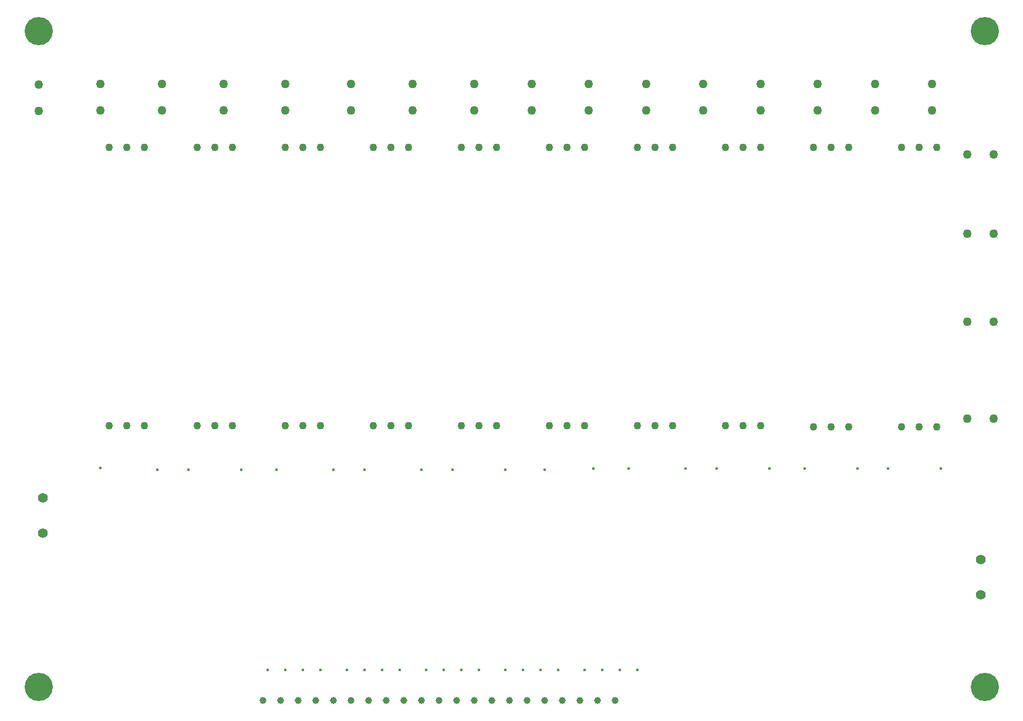
<source format=gbr>
%TF.GenerationSoftware,KiCad,Pcbnew,9.0.0*%
%TF.CreationDate,2025-04-04T10:54:12-06:00*%
%TF.ProjectId,Solenoid Breakout Board,536f6c65-6e6f-4696-9420-427265616b6f,rev?*%
%TF.SameCoordinates,Original*%
%TF.FileFunction,Plated,1,2,PTH,Drill*%
%TF.FilePolarity,Positive*%
%FSLAX46Y46*%
G04 Gerber Fmt 4.6, Leading zero omitted, Abs format (unit mm)*
G04 Created by KiCad (PCBNEW 9.0.0) date 2025-04-04 10:54:12*
%MOMM*%
%LPD*%
G01*
G04 APERTURE LIST*
%TA.AperFunction,ComponentDrill*%
%ADD10C,0.381000*%
%TD*%
%TA.AperFunction,ComponentDrill*%
%ADD11C,1.000000*%
%TD*%
%TA.AperFunction,ComponentDrill*%
%ADD12C,1.100000*%
%TD*%
%TA.AperFunction,ComponentDrill*%
%ADD13C,1.270000*%
%TD*%
%TA.AperFunction,ComponentDrill*%
%ADD14C,1.422400*%
%TD*%
%TA.AperFunction,ComponentDrill*%
%ADD15C,4.064000*%
%TD*%
G04 APERTURE END LIST*
D10*
%TO.C,D1*%
X57150000Y-120125500D03*
%TO.C,D2*%
X65405000Y-120405000D03*
%TO.C,D3*%
X69850000Y-120405000D03*
%TO.C,D4*%
X77470000Y-120405000D03*
%TO.C,R1*%
X81280000Y-149320000D03*
%TO.C,D9*%
X82550000Y-120405000D03*
%TO.C,R2*%
X83820000Y-149320000D03*
%TO.C,R3*%
X86360000Y-149320000D03*
%TO.C,R4*%
X88900000Y-149320000D03*
%TO.C,D10*%
X90805000Y-120405000D03*
%TO.C,R13*%
X92710000Y-149320000D03*
%TO.C,D11*%
X95250000Y-120405000D03*
%TO.C,R14*%
X95250000Y-149320000D03*
%TO.C,R15*%
X97790000Y-149320000D03*
%TO.C,R22*%
X100330000Y-149320000D03*
%TO.C,D15*%
X103505000Y-120405000D03*
%TO.C,R23*%
X104140000Y-149320000D03*
%TO.C,R29*%
X106680000Y-149320000D03*
%TO.C,D16*%
X107950000Y-120405000D03*
%TO.C,R30*%
X109220000Y-149320000D03*
%TO.C,R31*%
X111760000Y-149320000D03*
%TO.C,D20*%
X115570000Y-120405000D03*
%TO.C,R28*%
X115570000Y-149320000D03*
%TO.C,R43*%
X118110000Y-149320000D03*
%TO.C,R41*%
X120650000Y-149320000D03*
%TO.C,D21*%
X121285000Y-120405000D03*
%TO.C,R42*%
X123190000Y-149320000D03*
%TO.C,R40*%
X127000000Y-149320000D03*
%TO.C,D22*%
X128270000Y-120260000D03*
%TO.C,R52*%
X129540000Y-149320000D03*
%TO.C,R53*%
X132080000Y-149320000D03*
%TO.C,D19*%
X133350000Y-120260000D03*
%TO.C,R54*%
X134620000Y-149320000D03*
%TO.C,D30*%
X141605000Y-120260000D03*
%TO.C,D28*%
X146050000Y-120260000D03*
%TO.C,D29*%
X153670000Y-120260000D03*
%TO.C,D27*%
X158750000Y-120260000D03*
%TO.C,D35*%
X166370000Y-120260000D03*
%TO.C,D36*%
X170815000Y-120260000D03*
%TO.C,D37*%
X178435000Y-120260000D03*
D11*
%TO.C,J1*%
X80645000Y-153670000D03*
X83185000Y-153670000D03*
X85725000Y-153670000D03*
X88265000Y-153670000D03*
X90805000Y-153670000D03*
X93345000Y-153670000D03*
X95885000Y-153670000D03*
X98425000Y-153670000D03*
X100965000Y-153670000D03*
X103505000Y-153670000D03*
X106045000Y-153670000D03*
X108585000Y-153670000D03*
X111125000Y-153670000D03*
X113665000Y-153670000D03*
X116205000Y-153670000D03*
X118745000Y-153670000D03*
X121285000Y-153670000D03*
X123825000Y-153670000D03*
X126365000Y-153670000D03*
X128905000Y-153670000D03*
X131445000Y-153670000D03*
D12*
%TO.C,Q2*%
X58420000Y-73900000D03*
%TO.C,Q1*%
X58420000Y-114055000D03*
%TO.C,Q2*%
X60960000Y-73900000D03*
%TO.C,Q1*%
X60960000Y-114055000D03*
%TO.C,Q2*%
X63500000Y-73900000D03*
%TO.C,Q1*%
X63500000Y-114055000D03*
%TO.C,Q4*%
X71120000Y-73900000D03*
%TO.C,Q3*%
X71120000Y-114055000D03*
%TO.C,Q4*%
X73660000Y-73900000D03*
%TO.C,Q3*%
X73660000Y-114055000D03*
%TO.C,Q4*%
X76200000Y-73900000D03*
%TO.C,Q3*%
X76200000Y-114055000D03*
%TO.C,Q6*%
X83820000Y-73900000D03*
%TO.C,Q5*%
X83820000Y-114055000D03*
%TO.C,Q6*%
X86360000Y-73900000D03*
%TO.C,Q5*%
X86360000Y-114055000D03*
%TO.C,Q6*%
X88900000Y-73900000D03*
%TO.C,Q5*%
X88900000Y-114055000D03*
%TO.C,Q8*%
X96520000Y-73900000D03*
%TO.C,Q7*%
X96520000Y-114055000D03*
%TO.C,Q8*%
X99060000Y-73900000D03*
%TO.C,Q7*%
X99060000Y-114055000D03*
%TO.C,Q8*%
X101600000Y-73900000D03*
%TO.C,Q7*%
X101600000Y-114055000D03*
%TO.C,Q11*%
X109220000Y-73900000D03*
%TO.C,Q9*%
X109220000Y-114055000D03*
%TO.C,Q11*%
X111760000Y-73900000D03*
%TO.C,Q9*%
X111760000Y-114055000D03*
%TO.C,Q11*%
X114300000Y-73900000D03*
%TO.C,Q9*%
X114300000Y-114055000D03*
%TO.C,Q13*%
X121920000Y-73900000D03*
%TO.C,Q12*%
X121920000Y-114055000D03*
%TO.C,Q13*%
X124460000Y-73900000D03*
%TO.C,Q12*%
X124460000Y-114055000D03*
%TO.C,Q13*%
X127000000Y-73900000D03*
%TO.C,Q12*%
X127000000Y-114055000D03*
%TO.C,Q17*%
X134620000Y-73900000D03*
%TO.C,Q10*%
X134620000Y-114055000D03*
%TO.C,Q17*%
X137160000Y-73900000D03*
%TO.C,Q10*%
X137160000Y-114055000D03*
%TO.C,Q17*%
X139700000Y-73900000D03*
%TO.C,Q10*%
X139700000Y-114055000D03*
%TO.C,Q16*%
X147320000Y-73900000D03*
%TO.C,Q15*%
X147320000Y-114055000D03*
%TO.C,Q16*%
X149860000Y-73900000D03*
%TO.C,Q15*%
X149860000Y-114055000D03*
%TO.C,Q16*%
X152400000Y-73900000D03*
%TO.C,Q15*%
X152400000Y-114055000D03*
%TO.C,Q18*%
X160020000Y-73900000D03*
%TO.C,Q14*%
X160020000Y-114205000D03*
%TO.C,Q18*%
X162560000Y-73900000D03*
%TO.C,Q14*%
X162560000Y-114205000D03*
%TO.C,Q18*%
X165100000Y-73900000D03*
%TO.C,Q14*%
X165100000Y-114205000D03*
%TO.C,Q20*%
X172720000Y-73900000D03*
%TO.C,Q19*%
X172720000Y-114205000D03*
%TO.C,Q20*%
X175260000Y-73900000D03*
%TO.C,Q19*%
X175260000Y-114205000D03*
%TO.C,Q20*%
X177800000Y-73900000D03*
%TO.C,Q19*%
X177800000Y-114205000D03*
D13*
%TO.C,L1*%
X48260000Y-64845000D03*
X48260000Y-68655000D03*
%TO.C,L2*%
X57150000Y-64770000D03*
X57150000Y-68580000D03*
%TO.C,L3*%
X66040000Y-64770000D03*
X66040000Y-68580000D03*
%TO.C,L4*%
X74930000Y-64770000D03*
X74930000Y-68580000D03*
%TO.C,L5*%
X83820000Y-64770000D03*
X83820000Y-68580000D03*
%TO.C,L6*%
X93345000Y-64770000D03*
X93345000Y-68580000D03*
%TO.C,L7*%
X102235000Y-64770000D03*
X102235000Y-68580000D03*
%TO.C,L8*%
X111125000Y-64770000D03*
X111125000Y-68580000D03*
%TO.C,L9*%
X119380000Y-64770000D03*
X119380000Y-68580000D03*
%TO.C,L11*%
X127635000Y-64770000D03*
X127635000Y-68580000D03*
%TO.C,L12*%
X135890000Y-64770000D03*
X135890000Y-68580000D03*
%TO.C,L13*%
X144145000Y-64770000D03*
X144145000Y-68580000D03*
%TO.C,L10*%
X152400000Y-64770000D03*
X152400000Y-68580000D03*
%TO.C,L17*%
X160655000Y-64770000D03*
X160655000Y-68580000D03*
%TO.C,L15*%
X168910000Y-64770000D03*
X168910000Y-68580000D03*
%TO.C,L16*%
X177165000Y-64770000D03*
X177165000Y-68580000D03*
%TO.C,L20*%
X182245000Y-74930000D03*
%TO.C,L18*%
X182245000Y-86360000D03*
%TO.C,L14*%
X182245000Y-99060000D03*
%TO.C,L19*%
X182245000Y-113030000D03*
%TO.C,L20*%
X186055000Y-74930000D03*
%TO.C,L18*%
X186055000Y-86360000D03*
%TO.C,L14*%
X186055000Y-99060000D03*
%TO.C,L19*%
X186055000Y-113030000D03*
D14*
%TO.C,J2*%
X48895000Y-124460000D03*
X48895000Y-129540000D03*
%TO.C,J3*%
X184150000Y-133350000D03*
X184150000Y-138430000D03*
D15*
%TO.C,REF\u002A\u002A*%
X48260000Y-57150000D03*
X48260000Y-151765000D03*
X184785000Y-57150000D03*
X184785000Y-151765000D03*
M02*

</source>
